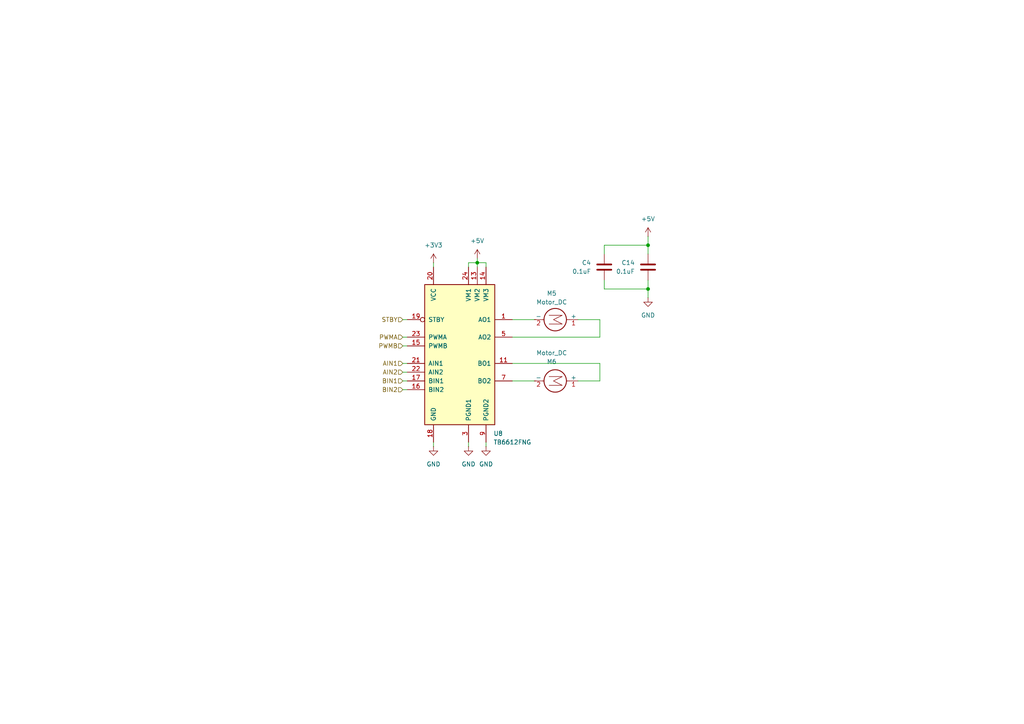
<source format=kicad_sch>
(kicad_sch (version 20250114) (generator "eeschema") (generator_version "9.0")
  (paper "A4")
  (lib_symbols
    (symbol "Device:C" (pin_numbers (hide yes)) (pin_names (offset 0.254))
      (property "Reference" "C" (at 0.635 2.54 0))
      (property "Value" "C" (at 0.635 -2.54 0))
      (symbol "C_0_1"
        (polyline (pts (xy -2.032 0.762) (xy 2.032 0.762)) (stroke (width 0.508)))
        (polyline (pts (xy -2.032 -0.762) (xy 2.032 -0.762)) (stroke (width 0.508)))
      )
      (symbol "C_1_1"
        (pin passive line (at 0 3.81 270) (length 2.794) (name "~") (number "1"))
        (pin passive line (at 0 -3.81 90) (length 2.794) (name "~") (number "2"))
      )
    )
    (symbol "Driver_Motor:TB6612FNG" (pin_names (offset 1.016))
      (property "Reference" "U" (at 11.43 17.78 0))
      (property "Value" "TB6612FNG" (at 11.43 15.24 0))
      (symbol "TB6612FNG_0_1"
        (rectangle (start -10.16 20.32) (end 10.16 -20.32) (stroke (width 0.254)) (fill (type background)))
      )
      (symbol "TB6612FNG_1_1"
        (pin input inverted (at -15.24 10.16 0) (length 5.08) (name "STBY") (number "19"))
        (pin input line (at -15.24 5.08 0) (length 5.08) (name "PWMA") (number "23"))
        (pin input line (at -15.24 2.54 0) (length 5.08) (name "PWMB") (number "15"))
        (pin input line (at -15.24 -2.54 0) (length 5.08) (name "AIN1") (number "21"))
        (pin input line (at -15.24 -5.08 0) (length 5.08) (name "AIN2") (number "22"))
        (pin input line (at -15.24 -7.62 0) (length 5.08) (name "BIN1") (number "17"))
        (pin input line (at -15.24 -10.16 0) (length 5.08) (name "BIN2") (number "16"))
        (pin power_in line (at -7.62 25.4 270) (length 5.08) (name "VCC") (number "20"))
        (pin power_in line (at -7.62 -25.4 90) (length 5.08) (name "GND") (number "18"))
        (pin power_in line (at 2.54 25.4 270) (length 5.08) (name "VM1") (number "24"))
        (pin power_in line (at 2.54 -25.4 90) (length 5.08) (name "PGND1") (number "3"))
        (pin passive line (at 2.54 -25.4 90) (length 5.08) (hide yes) (name "PGND1") (number "4"))
        (pin power_in line (at 5.08 25.4 270) (length 5.08) (name "VM2") (number "13"))
        (pin power_in line (at 7.62 25.4 270) (length 5.08) (name "VM3") (number "14"))
        (pin passive line (at 7.62 -25.4 90) (length 5.08) (hide yes) (name "PGND2") (number "10"))
        (pin power_in line (at 7.62 -25.4 90) (length 5.08) (name "PGND2") (number "9"))
        (pin output line (at 15.24 10.16 180) (length 5.08) (name "AO1") (number "1"))
        (pin passive line (at 15.24 10.16 180) (length 5.08) (hide yes) (name "AO1") (number "2"))
        (pin output line (at 15.24 5.08 180) (length 5.08) (name "AO2") (number "5"))
        (pin passive line (at 15.24 5.08 180) (length 5.08) (hide yes) (name "AO2") (number "6"))
        (pin output line (at 15.24 -2.54 180) (length 5.08) (name "BO1") (number "11"))
        (pin passive line (at 15.24 -2.54 180) (length 5.08) (hide yes) (name "BO1") (number "12"))
        (pin output line (at 15.24 -7.62 180) (length 5.08) (name "BO2") (number "7"))
        (pin passive line (at 15.24 -7.62 180) (length 5.08) (hide yes) (name "BO2") (number "8"))
      )
    )
    (symbol "Motor:Motor_DC" (pin_names (offset 0))
      (property "Reference" "M" (at 2.54 2.54 0))
      (property "Value" "Motor_DC" (at 2.54 -5.08 0))
      (symbol "Motor_DC_0_0"
        (polyline (pts (xy -1.27 -3.302) (xy -1.27 0.508) (xy 0 -2.032) (xy 1.27 0.508) (xy 1.27 -3.302)))
      )
      (symbol "Motor_DC_0_1"
        (polyline (pts (xy 0 2.032) (xy 0 2.54)))
        (polyline (pts (xy 0 1.7272) (xy 0 2.0828)))
        (circle (center 0 -1.524) (radius 3.2512) (stroke (width 0.254)))
        (polyline (pts (xy 0 -4.7752) (xy 0 -5.1816)))
        (polyline (pts (xy 0 -7.62) (xy 0 -7.112)))
      )
      (symbol "Motor_DC_1_1"
        (pin passive line (at 0 5.08 270) (length 2.54) (name "+") (number "1"))
        (pin passive line (at 0 -7.62 90) (length 2.54) (name "-") (number "2"))
      )
    )
    (symbol "power:+3V3" (power) (pin_numbers (hide yes)) (pin_names (offset 0) (hide yes))
      (property "Value" "+3V3" (at 0 3.556 0))
      (symbol "+3V3_0_1"
        (polyline (pts (xy -0.762 1.27) (xy 0 2.54)))
        (polyline (pts (xy 0 2.54) (xy 0.762 1.27)))
        (polyline (pts (xy 0 0) (xy 0 2.54)))
      )
      (symbol "+3V3_1_1"
        (pin power_in line (at 0 0 90) (length 0) (name "~") (number "1"))
      )
    )
    (symbol "power:+5V" (power) (pin_numbers (hide yes)) (pin_names (offset 0) (hide yes))
      (property "Value" "+5V" (at 0 3.556 0))
      (symbol "+5V_0_1"
        (polyline (pts (xy -0.762 1.27) (xy 0 2.54)))
        (polyline (pts (xy 0 2.54) (xy 0.762 1.27)))
        (polyline (pts (xy 0 0) (xy 0 2.54)))
      )
      (symbol "+5V_1_1"
        (pin power_in line (at 0 0 90) (length 0) (name "~") (number "1"))
      )
    )
    (symbol "power:GND" (power) (pin_numbers (hide yes)) (pin_names (offset 0) (hide yes))
      (property "Value" "GND" (at 0 -3.81 0))
      (symbol "GND_0_1"
        (polyline (pts (xy 0 0) (xy 0 -1.27) (xy 1.27 -1.27) (xy 0 -2.54) (xy -1.27 -1.27) (xy 0 -1.27)))
      )
      (symbol "GND_1_1"
        (pin power_in line (at 0 0 270) (length 0) (name "~") (number "1"))
      )
    )
  )
  (junction (at 187.96 71.12))
  (junction (at 138.43 76.2))
  (junction (at 187.96 83.82))
  (wire (pts (xy 116.84 113.03) (xy 118.11 113.03)))
  (wire (pts (xy 140.97 76.2) (xy 138.43 76.2)))
  (wire (pts (xy 138.43 74.93) (xy 138.43 76.2)))
  (wire (pts (xy 138.43 76.2) (xy 138.43 77.47)))
  (wire (pts (xy 173.99 105.41) (xy 148.59 105.41)))
  (wire (pts (xy 140.97 77.47) (xy 140.97 76.2)))
  (wire (pts (xy 167.64 110.49) (xy 173.99 110.49)))
  (wire (pts (xy 175.26 73.66) (xy 175.26 71.12)))
  (wire (pts (xy 173.99 97.79) (xy 173.99 92.71)))
  (wire (pts (xy 116.84 110.49) (xy 118.11 110.49)))
  (wire (pts (xy 187.96 71.12) (xy 187.96 73.66)))
  (wire (pts (xy 140.97 128.27) (xy 140.97 129.54)))
  (wire (pts (xy 173.99 92.71) (xy 167.64 92.71)))
  (wire (pts (xy 135.89 128.27) (xy 135.89 129.54)))
  (wire (pts (xy 135.89 76.2) (xy 138.43 76.2)))
  (wire (pts (xy 125.73 128.27) (xy 125.73 129.54)))
  (wire (pts (xy 148.59 92.71) (xy 154.94 92.71)))
  (wire (pts (xy 187.96 83.82) (xy 187.96 86.36)))
  (wire (pts (xy 148.59 110.49) (xy 154.94 110.49)))
  (wire (pts (xy 173.99 110.49) (xy 173.99 105.41)))
  (wire (pts (xy 187.96 71.12) (xy 175.26 71.12)))
  (wire (pts (xy 116.84 107.95) (xy 118.11 107.95)))
  (wire (pts (xy 148.59 97.79) (xy 173.99 97.79)))
  (wire (pts (xy 175.26 81.28) (xy 175.26 83.82)))
  (wire (pts (xy 187.96 81.28) (xy 187.96 83.82)))
  (wire (pts (xy 116.84 92.71) (xy 118.11 92.71)))
  (wire (pts (xy 118.11 100.33) (xy 116.84 100.33)))
  (wire (pts (xy 125.73 76.2) (xy 125.73 77.47)))
  (wire (pts (xy 187.96 83.82) (xy 175.26 83.82)))
  (wire (pts (xy 187.96 68.58) (xy 187.96 71.12)))
  (wire (pts (xy 135.89 77.47) (xy 135.89 76.2)))
  (wire (pts (xy 118.11 97.79) (xy 116.84 97.79)))
  (wire (pts (xy 116.84 105.41) (xy 118.11 105.41)))
  (hierarchical_label "AIN2" (shape input) (at 116.84 107.95 180))
  (hierarchical_label "STBY" (shape input) (at 116.84 92.71 180))
  (hierarchical_label "BIN1" (shape input) (at 116.84 110.49 180))
  (hierarchical_label "BIN2" (shape input) (at 116.84 113.03 180))
  (hierarchical_label "PWMB" (shape input) (at 116.84 100.33 180))
  (hierarchical_label "PWMA" (shape input) (at 116.84 97.79 180))
  (hierarchical_label "AIN1" (shape input) (at 116.84 105.41 180))
  (symbol (lib_id "power:GND") (at 187.96 86.36 0) (mirror y) (unit 1)
    (property "Reference" "#PWR046" (effects (hide yes)))
    (property "Value" "GND" (at 187.96 91.44 0))
    (property "Description" "Power symbol creates a global label with name \"GND\" , ground" (effects (hide yes)))
    (instances (project "project-venice-circuit" (path "" (reference "#PWR059") (unit 1)) (path "" (reference "#PWR046") (unit 1))))
  )
  (symbol (lib_id "Driver_Motor:TB6612FNG") (at 133.35 102.87 0) (unit 1)
    (property "Reference" "U3" (at 143.1133 125.73 0) (effects (justify left)))
    (property "Value" "TB6612FNG" (at 143.1133 128.27 0) (effects (justify left)))
    (property "Footprint" "Package_SO:SSOP-24_5.3x8.2mm_P0.65mm" (effects (hide yes)))
    (property "Datasheet" "https://toshiba.semicon-storage.com/us/product/linear/motordriver/detail.TB6612FNG.html" (effects (hide yes)))
    (property "Description" "Driver IC for Dual DC motor, SSOP-24" (effects (hide yes)))
    (property "LCSC" "C88224" (effects (hide yes)))
    (instances (project "project-venice-circuit" (path "" (reference "U8") (unit 1)) (path "" (reference "U3") (unit 1))))
  )
  (symbol (lib_id "Device:C") (at 175.26 77.47 0) (mirror y) (unit 1)
    (property "Reference" "C11" (at 171.45 76.1999 0) (effects (justify left)))
    (property "Value" "0.1uF" (at 171.45 78.7399 0) (effects (justify left)))
    (property "Footprint" "Capacitor_SMD:C_0805_2012Metric" (effects (hide yes)))
    (property "Description" "Unpolarized capacitor" (effects (hide yes)))
    (property "LCSC" "C1711" (effects (hide yes)))
    (instances (project "project-venice-circuit" (path "" (reference "C4") (unit 1)) (path "" (reference "C11") (unit 1))))
  )
  (symbol (lib_id "Device:C") (at 187.96 77.47 0) (mirror y) (unit 1)
    (property "Reference" "C12" (at 184.15 76.1999 0) (effects (justify left)))
    (property "Value" "0.1uF" (at 184.15 78.7399 0) (effects (justify left)))
    (property "Footprint" "Capacitor_SMD:C_0805_2012Metric" (effects (hide yes)))
    (property "Description" "Unpolarized capacitor" (effects (hide yes)))
    (property "LCSC" "C1711" (effects (hide yes)))
    (instances (project "project-venice-circuit" (path "" (reference "C14") (unit 1)) (path "" (reference "C12") (unit 1))))
  )
  (symbol (lib_id "Motor:Motor_DC") (at 162.56 92.71 270) (unit 1)
    (property "Reference" "M3" (at 160.02 85.09 90))
    (property "Value" "Motor_DC" (at 160.02 87.63 90))
    (property "Footprint" "Connector_JST:JST_EH_S2B-EH_1x02_P2.50mm_Horizontal" (effects (hide yes)))
    (property "Description" "DC Motor" (effects (hide yes)))
    (instances (project "project-venice-circuit" (path "" (reference "M5") (unit 1)) (path "" (reference "M3") (unit 1))))
  )
  (symbol (lib_id "power:GND") (at 140.97 129.54 0) (unit 1)
    (property "Reference" "#PWR037" (effects (hide yes)))
    (property "Value" "GND" (at 140.97 134.62 0))
    (property "Description" "Power symbol creates a global label with name \"GND\" , ground" (effects (hide yes)))
    (instances (project "project-venice-circuit" (path "" (reference "#PWR057") (unit 1)) (path "" (reference "#PWR037") (unit 1))))
  )
  (symbol (lib_id "power:GND") (at 135.89 129.54 0) (unit 1)
    (property "Reference" "#PWR036" (effects (hide yes)))
    (property "Value" "GND" (at 135.89 134.62 0))
    (property "Description" "Power symbol creates a global label with name \"GND\" , ground" (effects (hide yes)))
    (instances (project "project-venice-circuit" (path "" (reference "#PWR044") (unit 1)) (path "" (reference "#PWR036") (unit 1))))
  )
  (symbol (lib_id "power:+5V") (at 138.43 74.93 0) (unit 1)
    (property "Reference" "#PWR038" (effects (hide yes)))
    (property "Value" "+5V" (at 138.43 69.85 0))
    (property "Description" "Power symbol creates a global label with name \"+5V\"" (effects (hide yes)))
    (instances (project "project-venice-circuit" (path "" (reference "#PWR045") (unit 1)) (path "" (reference "#PWR038") (unit 1))))
  )
  (symbol (lib_id "Motor:Motor_DC") (at 162.56 110.49 270) (mirror x) (unit 1)
    (property "Reference" "M4" (at 160.02 104.902 90))
    (property "Value" "Motor_DC" (at 160.02 102.362 90))
    (property "Footprint" "Connector_JST:JST_EH_S2B-EH_1x02_P2.50mm_Horizontal" (effects (hide yes)))
    (property "Description" "DC Motor" (effects (hide yes)))
    (instances (project "project-venice-circuit" (path "" (reference "M6") (unit 1)) (path "" (reference "M4") (unit 1))))
  )
  (symbol (lib_id "power:GND") (at 125.73 129.54 0) (unit 1)
    (property "Reference" "#PWR07" (effects (hide yes)))
    (property "Value" "GND" (at 125.73 134.62 0))
    (property "Description" "Power symbol creates a global label with name \"GND\" , ground" (effects (hide yes)))
    (instances (project "project-venice-circuit" (path "" (reference "#PWR043") (unit 1)) (path "" (reference "#PWR07") (unit 1))))
  )
  (symbol (lib_id "power:+5V") (at 187.96 68.58 0) (unit 1)
    (property "Reference" "#PWR040" (effects (hide yes)))
    (property "Value" "+5V" (at 187.96 63.5 0))
    (property "Description" "Power symbol creates a global label with name \"+5V\"" (effects (hide yes)))
    (instances (project "project-venice-circuit" (path "" (reference "#PWR058") (unit 1)) (path "" (reference "#PWR040") (unit 1))))
  )
  (symbol (lib_id "power:+3V3") (at 125.73 76.2 0) (unit 1)
    (property "Reference" "#PWR016" (effects (hide yes)))
    (property "Value" "+3V3" (at 125.73 71.12 0))
    (property "Description" "Power symbol creates a global label with name \"+3V3\"" (effects (hide yes)))
    (instances (project "project-venice-circuit" (path "" (reference "#PWR042") (unit 1)) (path "" (reference "#PWR016") (unit 1))))
  )
)
</source>
